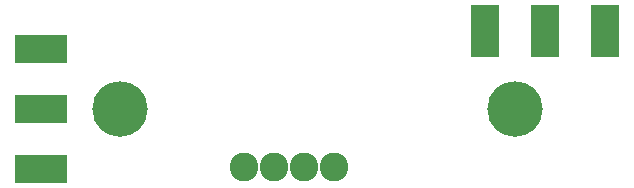
<source format=gbr>
G04 #@! TF.GenerationSoftware,KiCad,Pcbnew,(5.1.6)-1*
G04 #@! TF.CreationDate,2020-08-07T10:27:50-05:00*
G04 #@! TF.ProjectId,MZBOT_XY-Endstop,4d5a424f-545f-4585-992d-456e6473746f,A*
G04 #@! TF.SameCoordinates,Original*
G04 #@! TF.FileFunction,Soldermask,Top*
G04 #@! TF.FilePolarity,Negative*
%FSLAX46Y46*%
G04 Gerber Fmt 4.6, Leading zero omitted, Abs format (unit mm)*
G04 Created by KiCad (PCBNEW (5.1.6)-1) date 2020-08-07 10:27:50*
%MOMM*%
%LPD*%
G01*
G04 APERTURE LIST*
%ADD10R,4.400000X2.400000*%
%ADD11R,2.400000X4.400000*%
%ADD12C,4.700000*%
%ADD13C,2.432000*%
G04 APERTURE END LIST*
D10*
X127850000Y-56400000D03*
X127850000Y-61500000D03*
X127850000Y-66600000D03*
D11*
X175600000Y-54850000D03*
X170500000Y-54850000D03*
X165400000Y-54850000D03*
D12*
X168000000Y-61500000D03*
X134500000Y-61500000D03*
D13*
X145000000Y-66400000D03*
X147540000Y-66400000D03*
X150080000Y-66400000D03*
X152620000Y-66400000D03*
M02*

</source>
